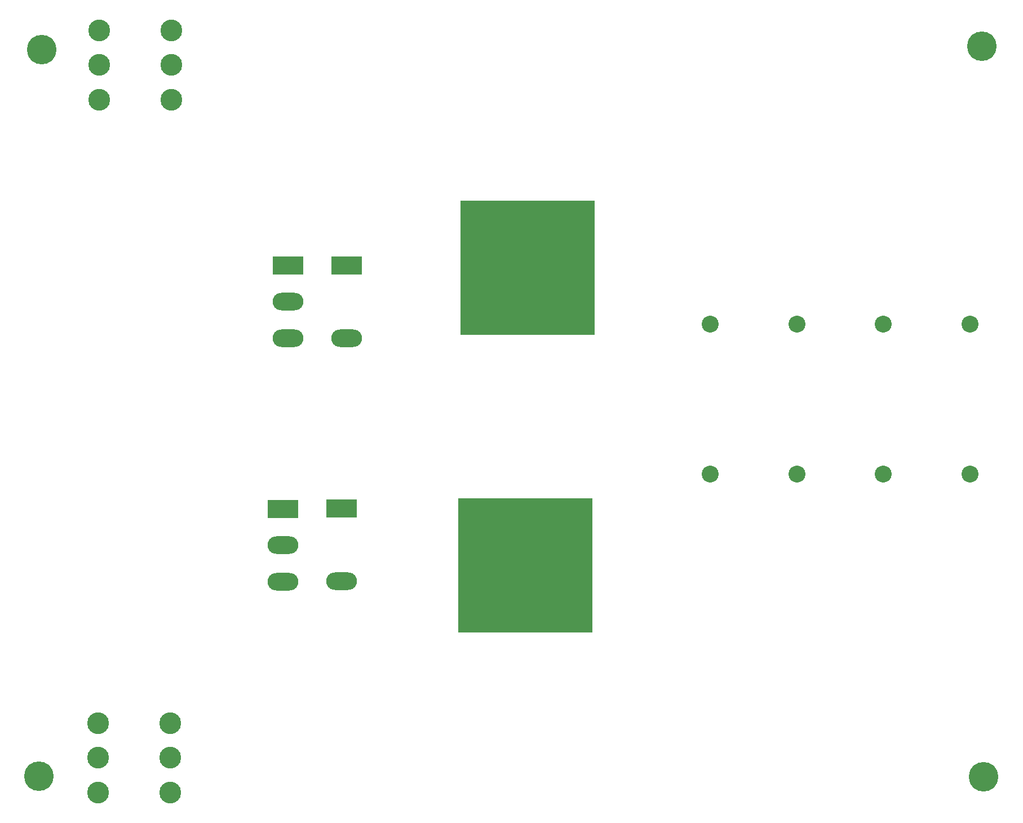
<source format=gbr>
%TF.GenerationSoftware,KiCad,Pcbnew,9.0.6*%
%TF.CreationDate,2025-12-19T02:54:44-05:00*%
%TF.ProjectId,CSI_Tester,4353495f-5465-4737-9465-722e6b696361,rev?*%
%TF.SameCoordinates,Original*%
%TF.FileFunction,Soldermask,Bot*%
%TF.FilePolarity,Negative*%
%FSLAX46Y46*%
G04 Gerber Fmt 4.6, Leading zero omitted, Abs format (unit mm)*
G04 Created by KiCad (PCBNEW 9.0.6) date 2025-12-19 02:54:44*
%MOMM*%
%LPD*%
G01*
G04 APERTURE LIST*
G04 Aperture macros list*
%AMRoundRect*
0 Rectangle with rounded corners*
0 $1 Rounding radius*
0 $2 $3 $4 $5 $6 $7 $8 $9 X,Y pos of 4 corners*
0 Add a 4 corners polygon primitive as box body*
4,1,4,$2,$3,$4,$5,$6,$7,$8,$9,$2,$3,0*
0 Add four circle primitives for the rounded corners*
1,1,$1+$1,$2,$3*
1,1,$1+$1,$4,$5*
1,1,$1+$1,$6,$7*
1,1,$1+$1,$8,$9*
0 Add four rect primitives between the rounded corners*
20,1,$1+$1,$2,$3,$4,$5,0*
20,1,$1+$1,$4,$5,$6,$7,0*
20,1,$1+$1,$6,$7,$8,$9,0*
20,1,$1+$1,$8,$9,$2,$3,0*%
G04 Aperture macros list end*
%ADD10C,2.540000*%
%ADD11RoundRect,0.070000X-2.250000X1.250000X-2.250000X-1.250000X2.250000X-1.250000X2.250000X1.250000X0*%
%ADD12O,4.640000X2.640000*%
%ADD13RoundRect,0.070000X-10.000000X-10.000000X10.000000X-10.000000X10.000000X10.000000X-10.000000X10.000000X0*%
%ADD14C,4.440000*%
%ADD15C,3.264200*%
G04 APERTURE END LIST*
D10*
%TO.C,C4*%
X210800000Y-96250000D03*
X210800000Y-73750000D03*
%TD*%
D11*
%TO.C,Q1*%
X107615000Y-101498400D03*
D12*
X107615000Y-106948400D03*
X107615000Y-112398400D03*
%TD*%
D10*
%TO.C,C2*%
X184800000Y-96250000D03*
X184800000Y-73750000D03*
%TD*%
%TO.C,C1*%
X171800000Y-96250000D03*
X171800000Y-73750000D03*
%TD*%
D11*
%TO.C,D1*%
X116466200Y-101433200D03*
D12*
X116466200Y-112333200D03*
%TD*%
D13*
%TO.C,R1*%
X144000000Y-110000000D03*
%TD*%
D11*
%TO.C,D2*%
X117228200Y-64908000D03*
D12*
X117228200Y-75808000D03*
%TD*%
D10*
%TO.C,C3*%
X197800000Y-96250000D03*
X197800000Y-73750000D03*
%TD*%
D14*
%TO.C,H5*%
X212900000Y-141700000D03*
%TD*%
D13*
%TO.C,R2*%
X144400000Y-65300000D03*
%TD*%
D14*
%TO.C,H4*%
X212600000Y-32000000D03*
%TD*%
D15*
%TO.C,J3*%
X80040600Y-29616850D03*
X80040600Y-34823850D03*
X80040600Y-40030850D03*
X90835600Y-29616850D03*
X90835600Y-34823850D03*
X90835600Y-40030850D03*
%TD*%
D11*
%TO.C,Q2*%
X108356400Y-64922400D03*
D12*
X108356400Y-70372400D03*
X108356400Y-75822400D03*
%TD*%
D14*
%TO.C,H7*%
X71000000Y-141600000D03*
%TD*%
D15*
%TO.C,J4*%
X90659400Y-144083150D03*
X90659400Y-138876150D03*
X90659400Y-133669150D03*
X79864400Y-144083150D03*
X79864400Y-138876150D03*
X79864400Y-133669150D03*
%TD*%
D14*
%TO.C,H6*%
X71381470Y-32475000D03*
%TD*%
M02*

</source>
